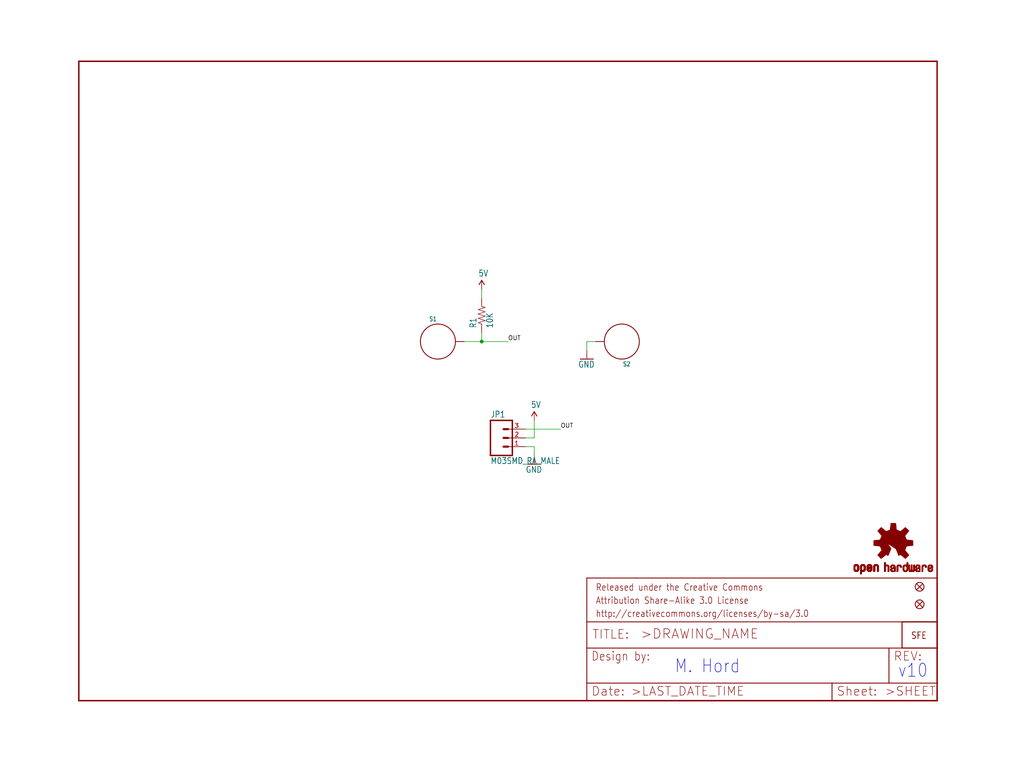
<source format=kicad_sch>
(kicad_sch (version 20211123) (generator eeschema)
  (paper "User" 297.002 223.926)
  (lib_symbols
    (symbol "eagleSchem-eagle-import:10KOHM1{slash}10W1%(0603)0603"
      (property "Reference" "R" (at -3.81 1.4986 0))
      (property "Value" "10KOHM1{slash}10W1%(0603)0603" (at -3.81 -3.302 0))
      (symbol "10KOHM1{slash}10W1%(0603)0603_1_0"
        (pin passive line (at -5.08 0 0) (length 2.54) (name "1") (number "1"))
        (pin passive line (at 5.08 0 180) (length 2.54) (name "2") (number "2"))
      )
    )
    (symbol "eagleSchem-eagle-import:5V" (power)
      (property "Value" "5V" (at -1.016 3.556 0))
      (symbol "5V_1_0"
        (pin power_in line (at 0 0 90) (length 2.54) (name "5V") (number "1"))
      )
    )
    (symbol "eagleSchem-eagle-import:FIDUCIALUFIDUCIAL")
    (symbol "eagleSchem-eagle-import:FRAME-LETTER"
      (symbol "FRAME-LETTER_2_0"
        (text ">DRAWING_NAME" (at 15.494 17.78 0) (effects (font (size 2.7432 2.7432)) (justify left bottom)))
        (text ">LAST_DATE_TIME" (at 12.7 1.27 0) (effects (font (size 2.54 2.54)) (justify left bottom)))
        (text ">SHEET" (at 86.36 1.27 0) (effects (font (size 2.54 2.54)) (justify left bottom)))
        (text "Attribution Share-Alike 3.0 License" (at 2.54 27.94 0) (effects (font (size 1.9304 1.6408)) (justify left bottom)))
        (text "Date:" (at 1.27 1.27 0) (effects (font (size 2.54 2.54)) (justify left bottom)))
        (text "Design by:" (at 1.27 11.43 0) (effects (font (size 2.54 2.159)) (justify left bottom)))
        (text "http://creativecommons.org/licenses/by-sa/3.0" (at 2.54 24.13 0) (effects (font (size 1.9304 1.6408)) (justify left bottom)))
        (text "Released under the Creative Commons" (at 2.54 31.75 0) (effects (font (size 1.9304 1.6408)) (justify left bottom)))
        (text "REV:" (at 88.9 11.43 0) (effects (font (size 2.54 2.54)) (justify left bottom)))
        (text "Sheet:" (at 72.39 1.27 0) (effects (font (size 2.54 2.54)) (justify left bottom)))
        (text "TITLE:" (at 1.524 17.78 0) (effects (font (size 2.54 2.54)) (justify left bottom)))
      )
    )
    (symbol "eagleSchem-eagle-import:GND" (power)
      (property "Value" "GND" (at -2.54 -2.54 0))
      (symbol "GND_1_0"
        (pin power_in line (at 0 2.54 270) (length 2.54) (name "GND") (number "1"))
      )
    )
    (symbol "eagleSchem-eagle-import:LOGO-SFESK"
      (symbol "LOGO-SFESK_1_0"
        (text "SFE" (at 0 0 0) (effects (font (size 1.9304 1.6408)) (justify left bottom)))
      )
    )
    (symbol "eagleSchem-eagle-import:M03SMD_RA_MALE"
      (property "Reference" "JP" (at -2.54 5.842 0))
      (property "Value" "M03SMD_RA_MALE" (at -2.54 -7.62 0))
      (symbol "M03SMD_RA_MALE_1_0"
        (pin passive line (at 7.62 -2.54 180) (length 5.08) (name "1") (number "1"))
        (pin passive line (at 7.62 0 180) (length 5.08) (name "2") (number "2"))
        (pin passive line (at 7.62 2.54 180) (length 5.08) (name "3") (number "3"))
      )
    )
    (symbol "eagleSchem-eagle-import:OSHW-LOGOS")
    (symbol "eagleSchem-eagle-import:STANDOFF_ELECTRICAL"
      (property "Reference" "S" (at -2.54 5.842 0))
      (symbol "STANDOFF_ELECTRICAL_1_0"
        (pin bidirectional line (at 7.62 0 180) (length 2.54) (name "P$1") (number "P1"))
      )
    )
  )
  (junction (at 139.7 99.06))
  (wire (pts (xy 139.7 99.06) (xy 139.7 96.52)))
  (wire (pts (xy 152.4 127) (xy 154.94 127)))
  (wire (pts (xy 152.4 129.54) (xy 154.94 129.54)))
  (wire (pts (xy 170.18 101.6) (xy 170.18 99.06)))
  (wire (pts (xy 134.62 99.06) (xy 139.7 99.06)))
  (wire (pts (xy 154.94 127) (xy 154.94 121.92)))
  (wire (pts (xy 139.7 99.06) (xy 147.32 99.06)))
  (wire (pts (xy 152.4 124.46) (xy 162.56 124.46)))
  (wire (pts (xy 154.94 129.54) (xy 154.94 132.08)))
  (wire (pts (xy 139.7 83.82) (xy 139.7 86.36)))
  (wire (pts (xy 170.18 99.06) (xy 172.72 99.06)))
  (text "M. Hord" (at 195.58 195.58 180) (effects (font (size 3.81 3.2385)) (justify left bottom)))
  (text "v10" (at 260.35 196.85 180) (effects (font (size 3.81 3.2385)) (justify left bottom)))
  (label "OUT" (at 162.56 124.46 0) (effects (font (size 1.2446 1.2446))))
  (label "OUT" (at 147.32 99.06 0) (effects (font (size 1.2446 1.2446))))
  (symbol (lib_id "eagleSchem-eagle-import:5V") (at 139.7 83.82 0) (unit 1)
    (property "Reference" "#SUPPLY2" (effects hide))
    (property "Value" "5V" (at 138.684 80.264 0) (effects (font (size 1.778 1.5113)) (justify left bottom)))
    (property "Footprint" "eagleSchem:" (effects hide))
  )
  (symbol (lib_id "eagleSchem-eagle-import:10KOHM1{slash}10W1%(0603)0603") (at 139.7 91.44 90) (unit 1)
    (property "Reference" "R1" (at 138.2014 95.25 0) (effects (font (size 1.778 1.5113)) (justify left bottom)))
    (property "Value" "10K" (at 143.002 95.25 0) (effects (font (size 1.778 1.5113)) (justify left bottom)))
    (property "Footprint" "eagleSchem:0603-RES" (effects hide))
  )
  (symbol (lib_id "eagleSchem-eagle-import:FRAME-LETTER") (at 170.18 203.2 0) (unit 2)
    (property "Reference" "FRAME1" (effects hide))
    (property "Value" "FRAME-LETTER" (effects hide))
    (property "Footprint" "eagleSchem:CREATIVE_COMMONS" (effects hide))
  )
  (symbol (lib_id "eagleSchem-eagle-import:LOGO-SFESK") (at 264.16 185.42 0) (unit 1)
    (property "Reference" "LOGO2" (effects hide))
    (property "Value" "LOGO-SFESK" (effects hide))
    (property "Footprint" "eagleSchem:SFE-LOGO-FLAME" (effects hide))
  )
  (symbol (lib_id "eagleSchem-eagle-import:FRAME-LETTER") (at 22.86 203.2 0) (unit 1)
    (property "Reference" "FRAME1" (effects hide))
    (property "Value" "FRAME-LETTER" (effects hide))
    (property "Footprint" "eagleSchem:CREATIVE_COMMONS" (effects hide))
  )
  (symbol (lib_id "eagleSchem-eagle-import:OSHW-LOGOS") (at 259.08 157.48 0) (unit 1)
    (property "Reference" "LOGO3" (effects hide))
    (property "Value" "OSHW-LOGOS" (effects hide))
    (property "Footprint" "eagleSchem:OSHW-LOGO-S" (effects hide))
  )
  (symbol (lib_id "eagleSchem-eagle-import:M03SMD_RA_MALE") (at 144.78 127 0) (unit 1)
    (property "Reference" "JP1" (at 142.24 121.158 0) (effects (font (size 1.778 1.5113)) (justify left bottom)))
    (property "Value" "M03SMD_RA_MALE" (at 142.24 134.62 0) (effects (font (size 1.778 1.5113)) (justify left bottom)))
    (property "Footprint" "eagleSchem:1X03_SMD_RA_MALE" (effects hide))
  )
  (symbol (lib_id "eagleSchem-eagle-import:LOGO-SFESK") (at 264.16 185.42 0) (unit 1)
    (property "Reference" "LOGO4" (effects hide))
    (property "Value" "LOGO-SFESK" (effects hide))
    (property "Footprint" "eagleSchem:SFE-LOGO-FLAME" (effects hide))
  )
  (symbol (lib_id "eagleSchem-eagle-import:5V") (at 154.94 121.92 0) (unit 1)
    (property "Reference" "#SUPPLY1" (effects hide))
    (property "Value" "5V" (at 153.924 118.364 0) (effects (font (size 1.778 1.5113)) (justify left bottom)))
    (property "Footprint" "eagleSchem:" (effects hide))
  )
  (symbol (lib_id "eagleSchem-eagle-import:GND") (at 154.94 134.62 0) (unit 1)
    (property "Reference" "#GND1" (effects hide))
    (property "Value" "GND" (at 152.4 137.16 0) (effects (font (size 1.778 1.5113)) (justify left bottom)))
    (property "Footprint" "eagleSchem:" (effects hide))
  )
  (symbol (lib_id "eagleSchem-eagle-import:FIDUCIALUFIDUCIAL") (at 266.7 175.26 0) (unit 1)
    (property "Reference" "FID2" (effects hide))
    (property "Value" "FIDUCIALUFIDUCIAL" (effects hide))
    (property "Footprint" "eagleSchem:MICRO-FIDUCIAL" (effects hide))
  )
  (symbol (lib_id "eagleSchem-eagle-import:OSHW-LOGOS") (at 259.08 157.48 0) (unit 1)
    (property "Reference" "LOGO1" (effects hide))
    (property "Value" "OSHW-LOGOS" (effects hide))
    (property "Footprint" "eagleSchem:OSHW-LOGO-S" (effects hide))
  )
  (symbol (lib_id "eagleSchem-eagle-import:STANDOFF_ELECTRICAL") (at 127 99.06 0) (unit 1)
    (property "Reference" "S1" (at 124.46 93.218 0) (effects (font (size 1.27 1.0795)) (justify left bottom)))
    (property "Value" "STANDOFF_ELECTRICAL" (effects hide))
    (property "Footprint" "eagleSchem:STANDOFF-ELECTRICAL" (effects hide))
  )
  (symbol (lib_id "eagleSchem-eagle-import:FIDUCIALUFIDUCIAL") (at 266.7 170.18 0) (unit 1)
    (property "Reference" "FID1" (effects hide))
    (property "Value" "FIDUCIALUFIDUCIAL" (effects hide))
    (property "Footprint" "eagleSchem:MICRO-FIDUCIAL" (effects hide))
  )
  (symbol (lib_id "eagleSchem-eagle-import:STANDOFF_ELECTRICAL") (at 180.34 99.06 180) (unit 1)
    (property "Reference" "S2" (at 182.88 104.902 0) (effects (font (size 1.27 1.0795)) (justify left bottom)))
    (property "Value" "STANDOFF_ELECTRICAL" (effects hide))
    (property "Footprint" "eagleSchem:STANDOFF-ELECTRICAL" (effects hide))
  )
  (symbol (lib_id "eagleSchem-eagle-import:GND") (at 170.18 104.14 0) (unit 1)
    (property "Reference" "#GND2" (effects hide))
    (property "Value" "GND" (at 167.64 106.68 0) (effects (font (size 1.778 1.5113)) (justify left bottom)))
    (property "Footprint" "eagleSchem:" (effects hide))
  )
)
</source>
